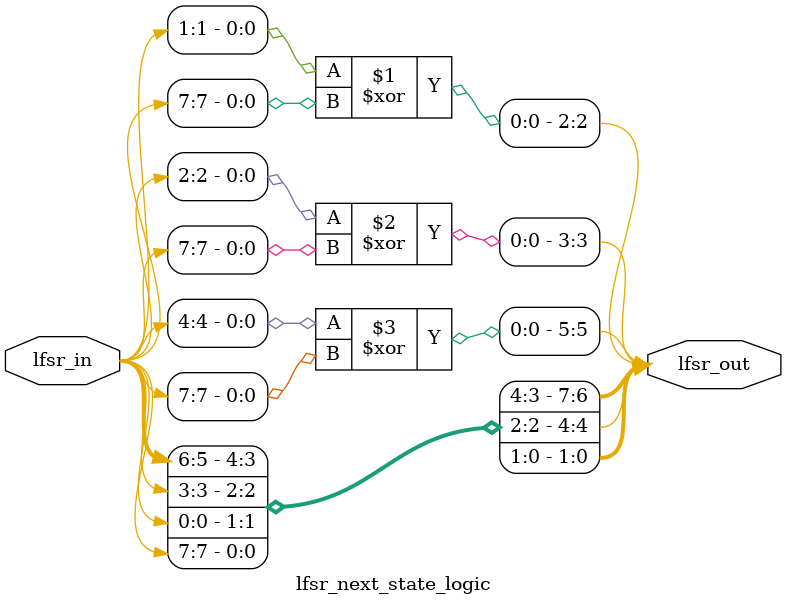
<source format=sv>
module galois_lfsr_rng (
    input  wire        clock,
    input  wire        reset,
    input  wire        enable,
    output reg  [7:0]  rand_data
);

    // Internal pipeline signals
    wire [7:0] lfsr_stage1_out;
    wire [7:0] lfsr_next_state;

    // Stage 1: Pipeline register for current rand_data
    lfsr_stage1_reg u_lfsr_stage1_reg (
        .clk        (clock),
        .rst        (reset),
        .en         (enable),
        .din        (rand_data),
        .dout       (lfsr_stage1_out)
    );

    // Stage 2: LFSR next state combinational logic
    lfsr_next_state_logic u_lfsr_next_state_logic (
        .lfsr_in    (lfsr_stage1_out),
        .lfsr_out   (lfsr_next_state)
    );

    // Stage 3: Output register for pipeline result
    always @(posedge clock) begin
        if (reset)
            rand_data <= 8'h1;
        else if (enable)
            rand_data <= lfsr_next_state;
    end

endmodule

// -----------------------------------------------------------------------------
// lfsr_stage1_reg: Pipeline register for LFSR current value
// -----------------------------------------------------------------------------
module lfsr_stage1_reg (
    input  wire        clk,
    input  wire        rst,
    input  wire        en,
    input  wire [7:0]  din,
    output reg  [7:0]  dout
);
    always @(posedge clk) begin
        if (rst)
            dout <= 8'h1;
        else if (en)
            dout <= din;
    end
endmodule

// -----------------------------------------------------------------------------
// lfsr_next_state_logic: Computes next LFSR value using Galois feedback
// -----------------------------------------------------------------------------
module lfsr_next_state_logic (
    input  wire [7:0]  lfsr_in,
    output wire [7:0]  lfsr_out
);
    // Galois LFSR next state logic
    assign lfsr_out[0] = lfsr_in[7];
    assign lfsr_out[1] = lfsr_in[0];
    assign lfsr_out[2] = lfsr_in[1] ^ lfsr_in[7];
    assign lfsr_out[3] = lfsr_in[2] ^ lfsr_in[7];
    assign lfsr_out[4] = lfsr_in[3];
    assign lfsr_out[5] = lfsr_in[4] ^ lfsr_in[7];
    assign lfsr_out[6] = lfsr_in[5];
    assign lfsr_out[7] = lfsr_in[6];
endmodule
</source>
